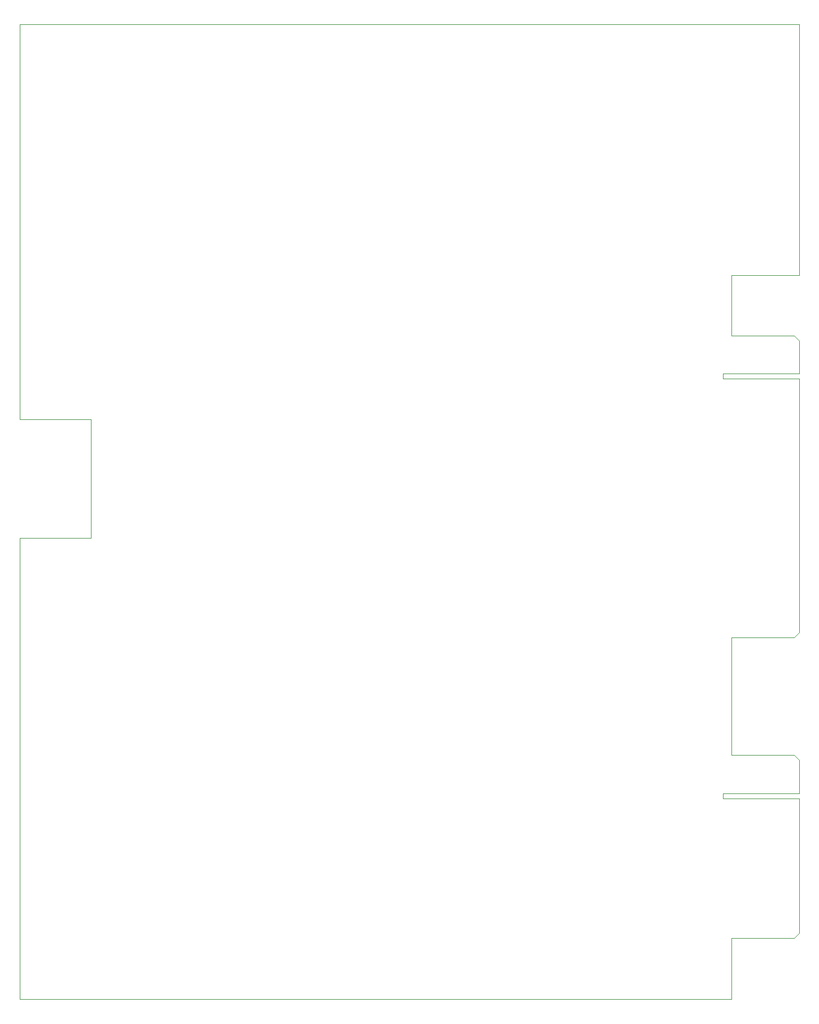
<source format=gko>
%FSLAX34Y34*%
G04 Gerber Fmt 3.4, Leading zero omitted, Abs format*
G04 (created by PCBNEW (2014-02-12 BZR 4693)-product) date Sat 21 Jun 2014 11:45:11 PM EDT*
%MOIN*%
G01*
G70*
G90*
G04 APERTURE LIST*
%ADD10C,0.006000*%
%ADD11C,0.004000*%
%ADD12C,0.003937*%
G04 APERTURE END LIST*
G54D10*
G54D11*
X50450Y-36200D02*
X46250Y-36200D01*
X50450Y-29200D02*
X50450Y-36200D01*
X46250Y-29200D02*
X50450Y-29200D01*
X46250Y-29200D02*
X46250Y-5900D01*
X46250Y-63400D02*
X46250Y-36200D01*
X87750Y-51550D02*
X87750Y-51250D01*
X87750Y-26800D02*
X87750Y-26500D01*
X92250Y-5900D02*
X88250Y-5900D01*
X92250Y-20700D02*
X92250Y-5900D01*
X88250Y-20700D02*
X92250Y-20700D01*
X88250Y-24250D02*
X88250Y-20700D01*
X91950Y-24250D02*
X88250Y-24250D01*
X92250Y-24550D02*
X91950Y-24250D01*
X92250Y-26500D02*
X92250Y-24550D01*
X87750Y-26500D02*
X92250Y-26500D01*
X92250Y-26800D02*
X87750Y-26800D01*
X92250Y-41750D02*
X92250Y-26800D01*
X91950Y-42050D02*
X92250Y-41750D01*
X88250Y-42050D02*
X91950Y-42050D01*
X88250Y-49000D02*
X88250Y-42050D01*
X91950Y-49000D02*
X88250Y-49000D01*
X92000Y-49050D02*
X91950Y-49000D01*
X92250Y-49300D02*
X92000Y-49050D01*
X92250Y-51250D02*
X92250Y-49300D01*
X87750Y-51550D02*
X92250Y-51550D01*
X92250Y-51250D02*
X87750Y-51250D01*
X92250Y-59500D02*
X92250Y-51550D01*
X91950Y-59800D02*
X92250Y-59500D01*
X91650Y-59800D02*
X91950Y-59800D01*
X88250Y-59800D02*
X91650Y-59800D01*
X88250Y-63400D02*
X88250Y-59800D01*
G54D12*
X46250Y-63400D02*
X88250Y-63400D01*
X88250Y-5900D02*
X46250Y-5900D01*
M02*

</source>
